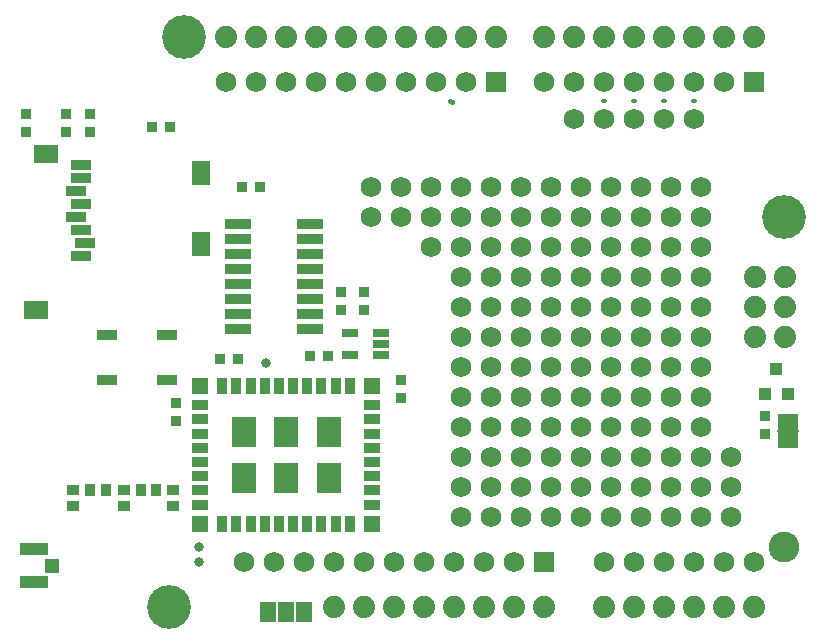
<source format=gts>
G75*
G70*
%OFA0B0*%
%FSLAX24Y24*%
%IPPOS*%
%LPD*%
%AMOC8*
5,1,8,0,0,1.08239X$1,22.5*
%
%ADD10C,0.0160*%
%ADD11C,0.0120*%
%ADD12R,0.0828X0.1025*%
%ADD13R,0.0552X0.0552*%
%ADD14R,0.0356X0.0552*%
%ADD15R,0.0552X0.0356*%
%ADD16R,0.0380X0.0380*%
%ADD17R,0.0434X0.0356*%
%ADD18R,0.0356X0.0434*%
%ADD19R,0.0552X0.0297*%
%ADD20R,0.0540X0.0710*%
%ADD21C,0.0316*%
%ADD22C,0.0680*%
%ADD23R,0.0946X0.0415*%
%ADD24R,0.0493X0.0474*%
%ADD25R,0.0671X0.0356*%
%ADD26R,0.0631X0.0789*%
%ADD27R,0.0828X0.0631*%
%ADD28R,0.0880X0.0340*%
%ADD29C,0.0740*%
%ADD30C,0.1458*%
%ADD31C,0.1025*%
%ADD32R,0.0680X0.0680*%
%ADD33R,0.0395X0.0434*%
%ADD34R,0.0710X0.0540*%
%ADD35R,0.0720X0.0060*%
%ADD36R,0.0680X0.0380*%
D10*
X016362Y018265D02*
X016424Y018203D01*
D11*
X021456Y018255D02*
X021518Y018255D01*
X022456Y018255D02*
X022518Y018255D01*
X023456Y018255D02*
X023518Y018255D01*
X024456Y018255D02*
X024518Y018255D01*
D12*
X012310Y007220D03*
X010893Y007220D03*
X009476Y007220D03*
X009476Y005685D03*
X010893Y005685D03*
X012310Y005685D03*
D13*
X013747Y004149D03*
X008039Y004149D03*
X008039Y008756D03*
X013747Y008756D03*
D14*
X013019Y008756D03*
X012547Y008756D03*
X012074Y008756D03*
X011602Y008756D03*
X011129Y008756D03*
X010657Y008756D03*
X010184Y008756D03*
X009712Y008756D03*
X009240Y008756D03*
X008767Y008756D03*
X008767Y004149D03*
X009240Y004149D03*
X009712Y004149D03*
X010184Y004149D03*
X010657Y004149D03*
X011129Y004149D03*
X011602Y004149D03*
X012074Y004149D03*
X012547Y004149D03*
X013019Y004149D03*
D15*
X013747Y004799D03*
X013747Y005271D03*
X013747Y005744D03*
X013747Y006216D03*
X013747Y006689D03*
X013747Y007161D03*
X013747Y007634D03*
X013747Y008106D03*
X008039Y008106D03*
X008039Y007634D03*
X008039Y007161D03*
X008039Y006689D03*
X008039Y006216D03*
X008039Y005744D03*
X008039Y005271D03*
X008039Y004799D03*
D16*
X007237Y007570D03*
X007237Y008170D03*
X008703Y009640D03*
X009303Y009640D03*
X011697Y009765D03*
X012297Y009765D03*
X012737Y011278D03*
X012737Y011878D03*
X013489Y011878D03*
X013489Y011278D03*
X014737Y008940D03*
X014737Y008340D03*
X010037Y015390D03*
X009437Y015390D03*
X007037Y017390D03*
X006437Y017390D03*
X004362Y017215D03*
X004362Y017815D03*
X003549Y017815D03*
X003549Y017215D03*
X002237Y017215D03*
X002237Y017815D03*
X026862Y007753D03*
X026862Y007153D03*
D17*
X007112Y005271D03*
X007112Y004760D03*
X005487Y004760D03*
X005487Y005272D03*
X003799Y005272D03*
X003799Y004760D03*
D18*
X004372Y005272D03*
X004883Y005272D03*
X006043Y005272D03*
X006555Y005272D03*
D19*
X013020Y009766D03*
X013020Y010514D03*
X014044Y010514D03*
X014044Y010140D03*
X014044Y009766D03*
D20*
X011493Y001203D03*
X010893Y001203D03*
X010293Y001203D03*
D21*
X007987Y002890D03*
X007987Y003390D03*
X010237Y009515D03*
D22*
X015737Y013390D03*
X016737Y013390D03*
X017737Y013390D03*
X018737Y013390D03*
X019737Y013390D03*
X020737Y013390D03*
X021737Y013390D03*
X022737Y013390D03*
X023737Y013390D03*
X024737Y013390D03*
X024737Y012390D03*
X024737Y011390D03*
X023737Y011390D03*
X022737Y011390D03*
X022737Y012390D03*
X023737Y012390D03*
X021737Y012390D03*
X020737Y012390D03*
X020737Y011390D03*
X021737Y011390D03*
X021737Y010390D03*
X020737Y010390D03*
X020737Y009390D03*
X021737Y009390D03*
X022737Y009390D03*
X023737Y009390D03*
X024737Y009390D03*
X024737Y010390D03*
X023737Y010390D03*
X022737Y010390D03*
X022737Y008390D03*
X023737Y008390D03*
X024737Y008390D03*
X024737Y007390D03*
X024737Y006390D03*
X025737Y006390D03*
X025737Y005390D03*
X024737Y005390D03*
X024737Y004390D03*
X025737Y004390D03*
X025487Y002890D03*
X026487Y002890D03*
X024487Y002890D03*
X023487Y002890D03*
X022487Y002890D03*
X021487Y002890D03*
X021737Y004390D03*
X020737Y004390D03*
X020737Y005390D03*
X021737Y005390D03*
X022737Y005390D03*
X023737Y005390D03*
X023737Y004390D03*
X022737Y004390D03*
X022737Y006390D03*
X023737Y006390D03*
X023737Y007390D03*
X022737Y007390D03*
X021737Y007390D03*
X020737Y007390D03*
X020737Y006390D03*
X021737Y006390D03*
X019737Y006390D03*
X018737Y006390D03*
X018737Y007390D03*
X019737Y007390D03*
X019737Y008390D03*
X018737Y008390D03*
X017737Y008390D03*
X016737Y008390D03*
X016737Y007390D03*
X017737Y007390D03*
X017737Y006390D03*
X016737Y006390D03*
X016737Y005390D03*
X017737Y005390D03*
X018737Y005390D03*
X019737Y005390D03*
X019737Y004390D03*
X018737Y004390D03*
X017737Y004390D03*
X016737Y004390D03*
X016487Y002890D03*
X015487Y002890D03*
X014487Y002890D03*
X013487Y002890D03*
X012487Y002890D03*
X011487Y002890D03*
X010487Y002890D03*
X009487Y002890D03*
X017487Y002890D03*
X018487Y002890D03*
X020737Y008390D03*
X021737Y008390D03*
X019737Y009390D03*
X018737Y009390D03*
X018737Y010390D03*
X019737Y010390D03*
X019737Y011390D03*
X018737Y011390D03*
X018737Y012390D03*
X019737Y012390D03*
X017737Y012390D03*
X016737Y012390D03*
X016737Y011390D03*
X017737Y011390D03*
X017737Y010390D03*
X016737Y010390D03*
X016737Y009390D03*
X017737Y009390D03*
X017737Y014390D03*
X016737Y014390D03*
X016737Y015390D03*
X017737Y015390D03*
X018737Y015390D03*
X019737Y015390D03*
X020737Y015390D03*
X021737Y015390D03*
X022737Y015390D03*
X023737Y015390D03*
X024737Y015390D03*
X024737Y014390D03*
X023737Y014390D03*
X022737Y014390D03*
X021737Y014390D03*
X020737Y014390D03*
X019737Y014390D03*
X018737Y014390D03*
X015737Y014390D03*
X014737Y014390D03*
X014737Y015390D03*
X015737Y015390D03*
X013737Y015390D03*
X013737Y014390D03*
X013887Y018890D03*
X012887Y018890D03*
X011887Y018890D03*
X010887Y018890D03*
X009887Y018890D03*
X008887Y018890D03*
X014887Y018890D03*
X015887Y018890D03*
X016887Y018890D03*
X019487Y018890D03*
X020487Y018890D03*
X021487Y018890D03*
X022487Y018890D03*
X023487Y018890D03*
X024487Y018890D03*
X025487Y018890D03*
X024487Y017640D03*
X023487Y017640D03*
X022487Y017640D03*
X021487Y017640D03*
X020487Y017640D03*
D23*
X002487Y002224D03*
X002487Y003306D03*
D24*
X003087Y002765D03*
D25*
X004048Y013097D03*
X004205Y013530D03*
X004048Y013963D03*
X003890Y014396D03*
X004048Y014829D03*
X003890Y015262D03*
X004048Y015695D03*
X004048Y016128D03*
D26*
X008064Y015853D03*
X008064Y013490D03*
D27*
X002906Y016483D03*
X002552Y011286D03*
D28*
X009277Y011140D03*
X009277Y011640D03*
X009277Y012140D03*
X009277Y012640D03*
X009277Y013140D03*
X009277Y013640D03*
X009277Y014140D03*
X011697Y014140D03*
X011697Y013640D03*
X011697Y013140D03*
X011697Y012640D03*
X011697Y012140D03*
X011697Y011640D03*
X011697Y011140D03*
X011697Y010640D03*
X009277Y010640D03*
D29*
X012487Y001390D03*
X013487Y001390D03*
X014487Y001390D03*
X015487Y001390D03*
X016487Y001390D03*
X017487Y001390D03*
X018487Y001390D03*
X019487Y001390D03*
X021487Y001390D03*
X022487Y001390D03*
X023487Y001390D03*
X024487Y001390D03*
X025487Y001390D03*
X026487Y001390D03*
X026542Y010370D03*
X027542Y010370D03*
X027542Y011370D03*
X026542Y011370D03*
X026542Y012370D03*
X027542Y012370D03*
X026487Y020390D03*
X025487Y020390D03*
X024487Y020390D03*
X023487Y020390D03*
X022487Y020390D03*
X021487Y020390D03*
X020487Y020390D03*
X019487Y020390D03*
X017887Y020390D03*
X016887Y020390D03*
X015887Y020390D03*
X014887Y020390D03*
X013887Y020390D03*
X012887Y020390D03*
X011887Y020390D03*
X010887Y020390D03*
X009887Y020390D03*
X008887Y020390D03*
D30*
X007487Y020390D03*
X027487Y014390D03*
X006987Y001390D03*
D31*
X027487Y003390D03*
D32*
X019487Y002890D03*
X017887Y018890D03*
X026487Y018890D03*
D33*
X027237Y009323D03*
X027611Y008496D03*
X026863Y008496D03*
D34*
X027612Y007565D03*
X027612Y006965D03*
D35*
X027612Y007265D03*
D36*
X006924Y008953D03*
X006924Y010453D03*
X004924Y010453D03*
X004924Y008953D03*
M02*

</source>
